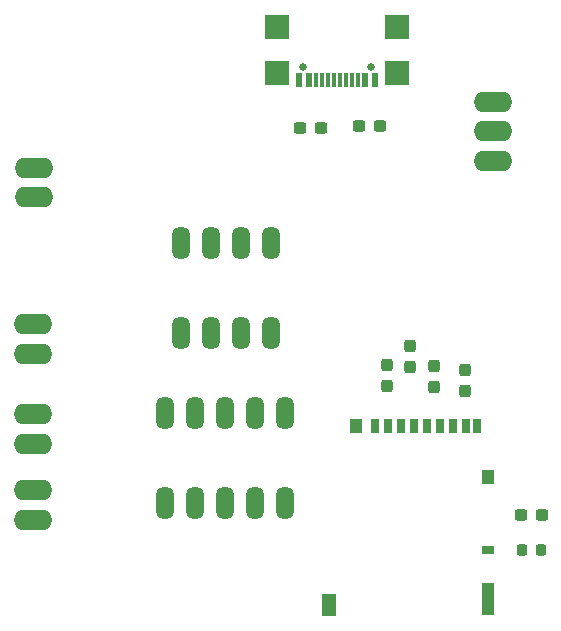
<source format=gbr>
%TF.GenerationSoftware,KiCad,Pcbnew,8.0.1*%
%TF.CreationDate,2024-07-17T12:18:51+09:00*%
%TF.ProjectId,Avi_73J_ParaBoard_v2,4176695f-3733-44a5-9f50-617261426f61,rev?*%
%TF.SameCoordinates,Original*%
%TF.FileFunction,Soldermask,Bot*%
%TF.FilePolarity,Negative*%
%FSLAX46Y46*%
G04 Gerber Fmt 4.6, Leading zero omitted, Abs format (unit mm)*
G04 Created by KiCad (PCBNEW 8.0.1) date 2024-07-17 12:18:51*
%MOMM*%
%LPD*%
G01*
G04 APERTURE LIST*
G04 Aperture macros list*
%AMRoundRect*
0 Rectangle with rounded corners*
0 $1 Rounding radius*
0 $2 $3 $4 $5 $6 $7 $8 $9 X,Y pos of 4 corners*
0 Add a 4 corners polygon primitive as box body*
4,1,4,$2,$3,$4,$5,$6,$7,$8,$9,$2,$3,0*
0 Add four circle primitives for the rounded corners*
1,1,$1+$1,$2,$3*
1,1,$1+$1,$4,$5*
1,1,$1+$1,$6,$7*
1,1,$1+$1,$8,$9*
0 Add four rect primitives between the rounded corners*
20,1,$1+$1,$2,$3,$4,$5,0*
20,1,$1+$1,$4,$5,$6,$7,0*
20,1,$1+$1,$6,$7,$8,$9,0*
20,1,$1+$1,$8,$9,$2,$3,0*%
G04 Aperture macros list end*
%ADD10O,1.511200X2.819200*%
%ADD11O,3.251200X1.727200*%
%ADD12RoundRect,0.237500X0.237500X-0.300000X0.237500X0.300000X-0.237500X0.300000X-0.237500X-0.300000X0*%
%ADD13C,0.660400*%
%ADD14R,2.159000X2.006600*%
%ADD15R,0.609600X1.143000*%
%ADD16R,0.304800X1.143000*%
%ADD17RoundRect,0.237500X-0.237500X0.300000X-0.237500X-0.300000X0.237500X-0.300000X0.237500X0.300000X0*%
%ADD18RoundRect,0.237500X0.300000X0.237500X-0.300000X0.237500X-0.300000X-0.237500X0.300000X-0.237500X0*%
%ADD19R,0.700000X1.200000*%
%ADD20R,1.000000X0.800000*%
%ADD21R,1.000000X2.800000*%
%ADD22R,1.000000X1.200000*%
%ADD23R,1.300000X1.900000*%
%ADD24RoundRect,0.237500X-0.300000X-0.237500X0.300000X-0.237500X0.300000X0.237500X-0.300000X0.237500X0*%
%ADD25RoundRect,0.218750X0.218750X0.256250X-0.218750X0.256250X-0.218750X-0.256250X0.218750X-0.256250X0*%
G04 APERTURE END LIST*
D10*
%TO.C,LPS25HB-1*%
X143000000Y-101700000D03*
X145540000Y-101700000D03*
X148080000Y-101700000D03*
X150620000Y-101700000D03*
X150620000Y-94080000D03*
X148080000Y-94080000D03*
X145540000Y-94080000D03*
X143000000Y-94080000D03*
%TD*%
%TO.C,ICM-20602-1*%
X141675000Y-116050000D03*
X144215000Y-116050000D03*
X146755000Y-116050000D03*
X149295000Y-116050000D03*
X151835000Y-116050000D03*
X151835000Y-108430000D03*
X149295000Y-108430000D03*
X146755000Y-108430000D03*
X144215000Y-108430000D03*
X141675000Y-108430000D03*
%TD*%
D11*
%TO.C,ILG-2P4*%
X130475000Y-103450000D03*
X130475000Y-100950000D03*
%TD*%
%TO.C,ILG-2P3*%
X130575000Y-90200000D03*
X130575000Y-87700000D03*
%TD*%
%TO.C,ILG-2P1*%
X130475000Y-111050000D03*
X130475000Y-108550000D03*
%TD*%
%TO.C,ILG-3P1*%
X169475000Y-82100000D03*
X169475000Y-84600000D03*
X169475000Y-87100000D03*
%TD*%
%TO.C,ILG-2P2*%
X130525000Y-117500000D03*
X130525000Y-115000000D03*
%TD*%
D12*
%TO.C,C2*%
X162400000Y-104537500D03*
X162400000Y-102812500D03*
%TD*%
D13*
%TO.C,J2*%
X153359999Y-79187800D03*
X159140001Y-79187800D03*
D14*
X151140000Y-79687800D03*
X161360000Y-79687800D03*
X151140000Y-75757800D03*
X161360000Y-75757800D03*
D15*
X153049999Y-80262800D03*
X153850000Y-80262800D03*
D16*
X155000000Y-80262800D03*
X156000000Y-80262800D03*
X156500000Y-80262800D03*
X157500000Y-80262800D03*
D15*
X158650000Y-80262800D03*
X159449999Y-80262800D03*
D16*
X157999999Y-80262800D03*
X157000001Y-80262800D03*
X155499999Y-80262800D03*
X154500001Y-80262800D03*
%TD*%
D17*
%TO.C,R5*%
X164500000Y-104525000D03*
X164500000Y-106250000D03*
%TD*%
D18*
%TO.C,R12*%
X159862500Y-84200000D03*
X158137500Y-84200000D03*
%TD*%
D19*
%TO.C,J1*%
X159450000Y-109600000D03*
X160550000Y-109600000D03*
X161650000Y-109600000D03*
X162750000Y-109600000D03*
X163850000Y-109600000D03*
X164950000Y-109600000D03*
X166050000Y-109600000D03*
X167150000Y-109600000D03*
X168100000Y-109600000D03*
D20*
X169050000Y-120100000D03*
D21*
X169050000Y-124250000D03*
D22*
X169050000Y-113900000D03*
X157900000Y-109600000D03*
D23*
X155550000Y-124700000D03*
%TD*%
D17*
%TO.C,R3*%
X160500000Y-104437500D03*
X160500000Y-106162500D03*
%TD*%
%TO.C,R4*%
X167100000Y-104837500D03*
X167100000Y-106562500D03*
%TD*%
D24*
%TO.C,R7*%
X171862500Y-117100000D03*
X173587500Y-117100000D03*
%TD*%
D25*
%TO.C,D1*%
X173500000Y-120100000D03*
X171925000Y-120100000D03*
%TD*%
D18*
%TO.C,R11*%
X154862500Y-84300000D03*
X153137500Y-84300000D03*
%TD*%
M02*

</source>
